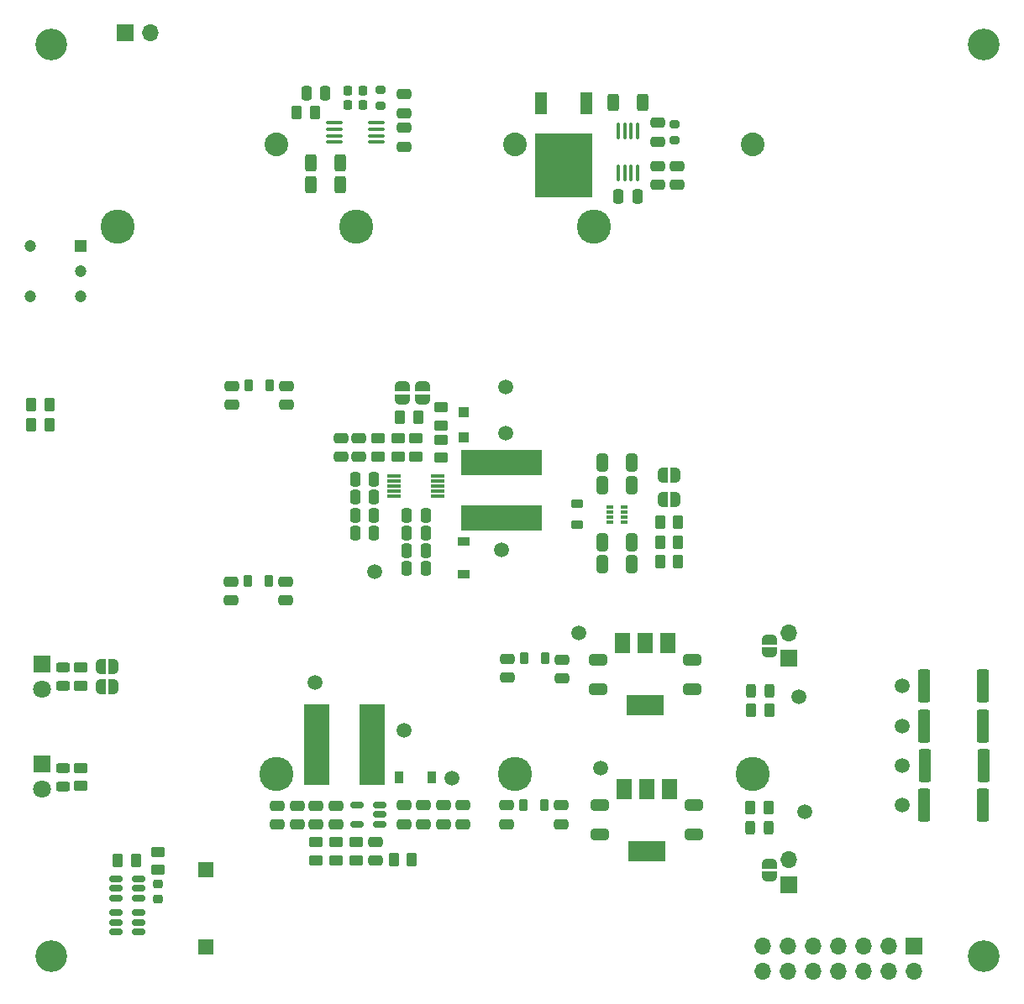
<source format=gbs>
%TF.GenerationSoftware,KiCad,Pcbnew,7.0.9*%
%TF.CreationDate,2024-06-04T23:40:40+02:00*%
%TF.ProjectId,EnvSensor-Power-v2.1,456e7653-656e-4736-9f72-2d506f776572,rev?*%
%TF.SameCoordinates,Original*%
%TF.FileFunction,Soldermask,Bot*%
%TF.FilePolarity,Negative*%
%FSLAX46Y46*%
G04 Gerber Fmt 4.6, Leading zero omitted, Abs format (unit mm)*
G04 Created by KiCad (PCBNEW 7.0.9) date 2024-06-04 23:40:40*
%MOMM*%
%LPD*%
G01*
G04 APERTURE LIST*
G04 Aperture macros list*
%AMRoundRect*
0 Rectangle with rounded corners*
0 $1 Rounding radius*
0 $2 $3 $4 $5 $6 $7 $8 $9 X,Y pos of 4 corners*
0 Add a 4 corners polygon primitive as box body*
4,1,4,$2,$3,$4,$5,$6,$7,$8,$9,$2,$3,0*
0 Add four circle primitives for the rounded corners*
1,1,$1+$1,$2,$3*
1,1,$1+$1,$4,$5*
1,1,$1+$1,$6,$7*
1,1,$1+$1,$8,$9*
0 Add four rect primitives between the rounded corners*
20,1,$1+$1,$2,$3,$4,$5,0*
20,1,$1+$1,$4,$5,$6,$7,0*
20,1,$1+$1,$6,$7,$8,$9,0*
20,1,$1+$1,$8,$9,$2,$3,0*%
%AMFreePoly0*
4,1,19,0.500000,-0.750000,0.000000,-0.750000,0.000000,-0.744911,-0.071157,-0.744911,-0.207708,-0.704816,-0.327430,-0.627875,-0.420627,-0.520320,-0.479746,-0.390866,-0.500000,-0.250000,-0.500000,0.250000,-0.479746,0.390866,-0.420627,0.520320,-0.327430,0.627875,-0.207708,0.704816,-0.071157,0.744911,0.000000,0.744911,0.000000,0.750000,0.500000,0.750000,0.500000,-0.750000,0.500000,-0.750000,
$1*%
%AMFreePoly1*
4,1,19,0.000000,0.744911,0.071157,0.744911,0.207708,0.704816,0.327430,0.627875,0.420627,0.520320,0.479746,0.390866,0.500000,0.250000,0.500000,-0.250000,0.479746,-0.390866,0.420627,-0.520320,0.327430,-0.627875,0.207708,-0.704816,0.071157,-0.744911,0.000000,-0.744911,0.000000,-0.750000,-0.500000,-0.750000,-0.500000,0.750000,0.000000,0.750000,0.000000,0.744911,0.000000,0.744911,
$1*%
G04 Aperture macros list end*
%ADD10R,1.700000X1.700000*%
%ADD11O,1.700000X1.700000*%
%ADD12C,3.200000*%
%ADD13C,1.200000*%
%ADD14R,1.200000X1.200000*%
%ADD15C,2.390000*%
%ADD16C,3.450000*%
%ADD17R,1.800000X1.800000*%
%ADD18C,1.800000*%
%ADD19RoundRect,0.243750X-0.243750X-0.456250X0.243750X-0.456250X0.243750X0.456250X-0.243750X0.456250X0*%
%ADD20RoundRect,0.250000X-0.475000X0.250000X-0.475000X-0.250000X0.475000X-0.250000X0.475000X0.250000X0*%
%ADD21RoundRect,0.250000X0.262500X0.450000X-0.262500X0.450000X-0.262500X-0.450000X0.262500X-0.450000X0*%
%ADD22RoundRect,0.100000X-0.712500X-0.100000X0.712500X-0.100000X0.712500X0.100000X-0.712500X0.100000X0*%
%ADD23RoundRect,0.250000X-0.250000X-0.475000X0.250000X-0.475000X0.250000X0.475000X-0.250000X0.475000X0*%
%ADD24RoundRect,0.250000X0.450000X-0.262500X0.450000X0.262500X-0.450000X0.262500X-0.450000X-0.262500X0*%
%ADD25FreePoly0,270.000000*%
%ADD26FreePoly1,270.000000*%
%ADD27RoundRect,0.250000X0.475000X-0.250000X0.475000X0.250000X-0.475000X0.250000X-0.475000X-0.250000X0*%
%ADD28RoundRect,0.250000X-0.362500X-1.425000X0.362500X-1.425000X0.362500X1.425000X-0.362500X1.425000X0*%
%ADD29C,1.500000*%
%ADD30FreePoly0,0.000000*%
%ADD31FreePoly1,0.000000*%
%ADD32RoundRect,0.250000X-0.312500X-0.625000X0.312500X-0.625000X0.312500X0.625000X-0.312500X0.625000X0*%
%ADD33RoundRect,0.250000X-0.262500X-0.450000X0.262500X-0.450000X0.262500X0.450000X-0.262500X0.450000X0*%
%ADD34RoundRect,0.218750X-0.218750X-0.381250X0.218750X-0.381250X0.218750X0.381250X-0.218750X0.381250X0*%
%ADD35RoundRect,0.243750X-0.456250X0.243750X-0.456250X-0.243750X0.456250X-0.243750X0.456250X0.243750X0*%
%ADD36RoundRect,0.250000X0.250000X0.475000X-0.250000X0.475000X-0.250000X-0.475000X0.250000X-0.475000X0*%
%ADD37R,1.400000X0.300000*%
%ADD38R,1.000000X1.000000*%
%ADD39RoundRect,0.150000X0.512500X0.150000X-0.512500X0.150000X-0.512500X-0.150000X0.512500X-0.150000X0*%
%ADD40R,1.200000X0.900000*%
%ADD41RoundRect,0.250000X-0.650000X0.325000X-0.650000X-0.325000X0.650000X-0.325000X0.650000X0.325000X0*%
%ADD42RoundRect,0.200000X-0.275000X0.200000X-0.275000X-0.200000X0.275000X-0.200000X0.275000X0.200000X0*%
%ADD43FreePoly0,90.000000*%
%ADD44FreePoly1,90.000000*%
%ADD45RoundRect,0.250000X-0.325000X-0.650000X0.325000X-0.650000X0.325000X0.650000X-0.325000X0.650000X0*%
%ADD46R,8.200000X2.600000*%
%ADD47R,1.500000X2.000000*%
%ADD48R,3.800000X2.000000*%
%ADD49R,0.670000X0.300000*%
%ADD50RoundRect,0.250000X-0.450000X0.262500X-0.450000X-0.262500X0.450000X-0.262500X0.450000X0.262500X0*%
%ADD51R,1.200000X2.200000*%
%ADD52R,5.800000X6.400000*%
%ADD53R,2.600000X8.200000*%
%ADD54FreePoly0,180.000000*%
%ADD55FreePoly1,180.000000*%
%ADD56RoundRect,0.225000X0.225000X0.250000X-0.225000X0.250000X-0.225000X-0.250000X0.225000X-0.250000X0*%
%ADD57RoundRect,0.218750X-0.381250X0.218750X-0.381250X-0.218750X0.381250X-0.218750X0.381250X0.218750X0*%
%ADD58R,0.900000X1.200000*%
%ADD59RoundRect,0.100000X-0.100000X0.712500X-0.100000X-0.712500X0.100000X-0.712500X0.100000X0.712500X0*%
%ADD60R,1.500000X1.500000*%
%ADD61RoundRect,0.225000X-0.250000X0.225000X-0.250000X-0.225000X0.250000X-0.225000X0.250000X0.225000X0*%
%ADD62RoundRect,0.150000X-0.512500X-0.150000X0.512500X-0.150000X0.512500X0.150000X-0.512500X0.150000X0*%
%ADD63RoundRect,0.200000X0.275000X-0.200000X0.275000X0.200000X-0.275000X0.200000X-0.275000X-0.200000X0*%
G04 APERTURE END LIST*
D10*
%TO.C,J6*%
X111000000Y-115000000D03*
D11*
X111000000Y-117540000D03*
X108460000Y-115000000D03*
X108460000Y-117540000D03*
X105920000Y-115000000D03*
X105920000Y-117540000D03*
X103380000Y-115000000D03*
X103380000Y-117540000D03*
X100840000Y-115000000D03*
X100840000Y-117540000D03*
X98300000Y-115000000D03*
X98300000Y-117540000D03*
X95760000Y-115000000D03*
X95760000Y-117540000D03*
%TD*%
D12*
%TO.C,H4*%
X24000000Y-116000000D03*
%TD*%
D13*
%TO.C,SW1*%
X21917500Y-44322500D03*
X21917500Y-49402500D03*
D14*
X26997500Y-44322500D03*
D13*
X26997500Y-46862500D03*
X26997500Y-49402500D03*
%TD*%
D15*
%TO.C,B1*%
X46750000Y-34070000D03*
D16*
X30750000Y-42400000D03*
X46750000Y-97600000D03*
%TD*%
D12*
%TO.C,H3*%
X118000000Y-116000000D03*
%TD*%
D15*
%TO.C,B2*%
X70750000Y-34070000D03*
D16*
X54750000Y-42400000D03*
X70750000Y-97600000D03*
%TD*%
D12*
%TO.C,H2*%
X118000000Y-24000000D03*
%TD*%
D15*
%TO.C,B3*%
X94750000Y-34070000D03*
D16*
X78750000Y-42400000D03*
X94750000Y-97600000D03*
%TD*%
D17*
%TO.C,D7*%
X23102500Y-96587500D03*
D18*
X23102500Y-99127500D03*
%TD*%
D17*
%TO.C,D5*%
X23102500Y-86550000D03*
D18*
X23102500Y-89090000D03*
%TD*%
D12*
%TO.C,H1*%
X24000000Y-24000000D03*
%TD*%
D19*
%TO.C,D8*%
X94550000Y-89200000D03*
X96425000Y-89200000D03*
%TD*%
D20*
%TO.C,C41*%
X50725000Y-100800000D03*
X50725000Y-102700000D03*
%TD*%
D21*
%TO.C,R9*%
X32575000Y-106350000D03*
X30750000Y-106350000D03*
%TD*%
D20*
%TO.C,C40*%
X48800000Y-100800000D03*
X48800000Y-102700000D03*
%TD*%
D10*
%TO.C,J3*%
X31460000Y-22800000D03*
D11*
X34000000Y-22800000D03*
%TD*%
D20*
%TO.C,C33*%
X65550000Y-100750000D03*
X65550000Y-102650000D03*
%TD*%
D22*
%TO.C,U7*%
X52537500Y-33875000D03*
X52537500Y-33225000D03*
X52537500Y-32575000D03*
X52537500Y-31925000D03*
X56762500Y-31925000D03*
X56762500Y-32575000D03*
X56762500Y-33225000D03*
X56762500Y-33875000D03*
%TD*%
D20*
%TO.C,C31*%
X61550000Y-100750000D03*
X61550000Y-102650000D03*
%TD*%
D23*
%TO.C,C4*%
X59850000Y-75100000D03*
X61750000Y-75100000D03*
%TD*%
D24*
%TO.C,R11*%
X60800000Y-65600000D03*
X60800000Y-63775000D03*
%TD*%
%TO.C,R28*%
X54725000Y-106312500D03*
X54725000Y-104487500D03*
%TD*%
D25*
%TO.C,JP9*%
X96400000Y-106640000D03*
D26*
X96400000Y-107940000D03*
%TD*%
D27*
%TO.C,C29*%
X56725000Y-106350000D03*
X56725000Y-104450000D03*
%TD*%
D28*
%TO.C,R5*%
X112000000Y-92750000D03*
X117925000Y-92750000D03*
%TD*%
D29*
%TO.C,TS2*%
X69400000Y-75000000D03*
%TD*%
D25*
%TO.C,JP4*%
X96375000Y-84015000D03*
D26*
X96375000Y-85315000D03*
%TD*%
D21*
%TO.C,R1*%
X23817964Y-62362500D03*
X21992964Y-62362500D03*
%TD*%
D30*
%TO.C,JP6*%
X85637500Y-69950000D03*
D31*
X86937500Y-69950000D03*
%TD*%
D23*
%TO.C,C2*%
X59850000Y-71500000D03*
X61750000Y-71500000D03*
%TD*%
D32*
%TO.C,R15*%
X80675000Y-29893750D03*
X83600000Y-29893750D03*
%TD*%
%TO.C,R22*%
X50212500Y-38175000D03*
X53137500Y-38175000D03*
%TD*%
D28*
%TO.C,R6*%
X112000000Y-88750000D03*
X117925000Y-88750000D03*
%TD*%
D20*
%TO.C,C17*%
X42250000Y-58450000D03*
X42250000Y-60350000D03*
%TD*%
D33*
%TO.C,R17*%
X85375000Y-74200000D03*
X87200000Y-74200000D03*
%TD*%
D34*
%TO.C,L6*%
X71587500Y-100700000D03*
X73712500Y-100700000D03*
%TD*%
D29*
%TO.C,TS6*%
X59600000Y-93200000D03*
%TD*%
D35*
%TO.C,D4*%
X25250000Y-86862500D03*
X25250000Y-88737500D03*
%TD*%
D29*
%TO.C,TS5*%
X77200000Y-83400000D03*
%TD*%
D36*
%TO.C,C7*%
X56550000Y-73300000D03*
X54650000Y-73300000D03*
%TD*%
D34*
%TO.C,L3*%
X43937500Y-58400000D03*
X46062500Y-58400000D03*
%TD*%
D20*
%TO.C,C12*%
X53200000Y-63737500D03*
X53200000Y-65637500D03*
%TD*%
D36*
%TO.C,C8*%
X56550000Y-71500000D03*
X54650000Y-71500000D03*
%TD*%
D29*
%TO.C,TS4*%
X69800000Y-58600000D03*
%TD*%
%TO.C,TS9*%
X50600000Y-88400000D03*
%TD*%
D37*
%TO.C,U1*%
X63000000Y-67550000D03*
X63000000Y-68050000D03*
X63000000Y-68550000D03*
X63000000Y-69050000D03*
X63000000Y-69550000D03*
X58600000Y-69550000D03*
X58600000Y-69050000D03*
X58600000Y-68550000D03*
X58600000Y-68050000D03*
X58600000Y-67550000D03*
%TD*%
D29*
%TO.C,TP6*%
X109750000Y-88750000D03*
%TD*%
D35*
%TO.C,D6*%
X25250000Y-97000000D03*
X25250000Y-98875000D03*
%TD*%
D21*
%TO.C,R26*%
X96400000Y-91200000D03*
X94575000Y-91200000D03*
%TD*%
D38*
%TO.C,D2*%
X65600000Y-63650000D03*
X65600000Y-61150000D03*
%TD*%
D39*
%TO.C,Q1*%
X32800000Y-111600000D03*
X32800000Y-112550000D03*
X32800000Y-113500000D03*
X30525000Y-113500000D03*
X30525000Y-112550000D03*
X30525000Y-111600000D03*
%TD*%
D40*
%TO.C,D3*%
X65600000Y-77450000D03*
X65600000Y-74150000D03*
%TD*%
D20*
%TO.C,C35*%
X75400000Y-100750000D03*
X75400000Y-102650000D03*
%TD*%
D41*
%TO.C,C16*%
X88627500Y-86075000D03*
X88627500Y-89025000D03*
%TD*%
D29*
%TO.C,TP2*%
X100000000Y-101400000D03*
%TD*%
D21*
%TO.C,R18*%
X87200000Y-72200000D03*
X85375000Y-72200000D03*
%TD*%
D29*
%TO.C,TP5*%
X109750000Y-92750000D03*
%TD*%
D23*
%TO.C,C3*%
X59850000Y-73300000D03*
X61750000Y-73300000D03*
%TD*%
D39*
%TO.C,U8*%
X57112500Y-100750000D03*
X57112500Y-101700000D03*
X57112500Y-102650000D03*
X54837500Y-102650000D03*
X54837500Y-100750000D03*
%TD*%
D24*
%TO.C,R31*%
X50725000Y-106312500D03*
X50725000Y-104487500D03*
%TD*%
%TO.C,R25*%
X27000000Y-98825000D03*
X27000000Y-97000000D03*
%TD*%
D42*
%TO.C,R24*%
X57175000Y-28600000D03*
X57175000Y-30250000D03*
%TD*%
D20*
%TO.C,C43*%
X42162500Y-78200000D03*
X42162500Y-80100000D03*
%TD*%
D43*
%TO.C,JP3*%
X61437500Y-59800000D03*
D44*
X61437500Y-58500000D03*
%TD*%
D20*
%TO.C,C44*%
X47662500Y-78200000D03*
X47662500Y-80100000D03*
%TD*%
D36*
%TO.C,C9*%
X56550000Y-69700000D03*
X54650000Y-69700000D03*
%TD*%
D45*
%TO.C,C21*%
X79562500Y-68450000D03*
X82512500Y-68450000D03*
%TD*%
D41*
%TO.C,C37*%
X88777500Y-100775000D03*
X88777500Y-103725000D03*
%TD*%
D29*
%TO.C,TS8*%
X79400000Y-97000000D03*
%TD*%
D24*
%TO.C,R19*%
X27000000Y-88712500D03*
X27000000Y-86887500D03*
%TD*%
D20*
%TO.C,C19*%
X85137500Y-31943750D03*
X85137500Y-33843750D03*
%TD*%
%TO.C,C18*%
X47750000Y-58450000D03*
X47750000Y-60350000D03*
%TD*%
D24*
%TO.C,R12*%
X63300000Y-65712500D03*
X63300000Y-63887500D03*
%TD*%
D32*
%TO.C,R23*%
X50212500Y-35925000D03*
X53137500Y-35925000D03*
%TD*%
D20*
%TO.C,C11*%
X55000000Y-63737500D03*
X55000000Y-65637500D03*
%TD*%
D24*
%TO.C,R14*%
X63300000Y-62462500D03*
X63300000Y-60637500D03*
%TD*%
D46*
%TO.C,L1*%
X69400000Y-66200000D03*
X69400000Y-71800000D03*
%TD*%
D28*
%TO.C,R4*%
X112037500Y-96750000D03*
X117962500Y-96750000D03*
%TD*%
D47*
%TO.C,U6*%
X81727500Y-99100000D03*
X84027500Y-99100000D03*
D48*
X84027500Y-105400000D03*
D47*
X86327500Y-99100000D03*
%TD*%
D45*
%TO.C,C23*%
X79562500Y-76450000D03*
X82512500Y-76450000D03*
%TD*%
D29*
%TO.C,TS1*%
X69800000Y-63200000D03*
%TD*%
%TO.C,TP3*%
X109750000Y-100750000D03*
%TD*%
D49*
%TO.C,U4*%
X80297500Y-72200000D03*
X80297500Y-71700000D03*
X80297500Y-71200000D03*
X80297500Y-70700000D03*
X81777500Y-70700000D03*
X81777500Y-71200000D03*
X81777500Y-71700000D03*
X81777500Y-72200000D03*
%TD*%
D20*
%TO.C,C32*%
X63550000Y-100750000D03*
X63550000Y-102650000D03*
%TD*%
D50*
%TO.C,R8*%
X59000000Y-63775000D03*
X59000000Y-65600000D03*
%TD*%
D25*
%TO.C,JP2*%
X59437500Y-58500000D03*
D26*
X59437500Y-59800000D03*
%TD*%
D27*
%TO.C,C26*%
X85137500Y-38200000D03*
X85137500Y-36300000D03*
%TD*%
D19*
%TO.C,D9*%
X94440000Y-103000000D03*
X96315000Y-103000000D03*
%TD*%
D33*
%TO.C,R21*%
X48762500Y-30925000D03*
X50587500Y-30925000D03*
%TD*%
D51*
%TO.C,Q2*%
X73357500Y-29918750D03*
D52*
X75637500Y-36218750D03*
D51*
X77917500Y-29918750D03*
%TD*%
D53*
%TO.C,L5*%
X50800000Y-94600000D03*
X56400000Y-94600000D03*
%TD*%
D54*
%TO.C,JP5*%
X86937500Y-67450000D03*
D55*
X85637500Y-67450000D03*
%TD*%
D10*
%TO.C,J5*%
X98400000Y-108740000D03*
D11*
X98400000Y-106200000D03*
%TD*%
D20*
%TO.C,C30*%
X59550000Y-100750000D03*
X59550000Y-102650000D03*
%TD*%
D29*
%TO.C,TS3*%
X56600000Y-77200000D03*
%TD*%
D27*
%TO.C,C25*%
X87137500Y-38200000D03*
X87137500Y-36300000D03*
%TD*%
D56*
%TO.C,C45*%
X55450000Y-30150000D03*
X53900000Y-30150000D03*
%TD*%
D50*
%TO.C,R10*%
X57000000Y-63775000D03*
X57000000Y-65600000D03*
%TD*%
D23*
%TO.C,C27*%
X49725000Y-28925000D03*
X51625000Y-28925000D03*
%TD*%
D29*
%TO.C,TP4*%
X109750000Y-96750000D03*
%TD*%
D45*
%TO.C,C22*%
X79562500Y-74200000D03*
X82512500Y-74200000D03*
%TD*%
D33*
%TO.C,R29*%
X58562500Y-106200000D03*
X60387500Y-106200000D03*
%TD*%
D20*
%TO.C,C42*%
X52725000Y-100800000D03*
X52725000Y-102700000D03*
%TD*%
D23*
%TO.C,C5*%
X59850000Y-76900000D03*
X61750000Y-76900000D03*
%TD*%
D34*
%TO.C,L7*%
X43850000Y-78150000D03*
X45975000Y-78150000D03*
%TD*%
D50*
%TO.C,R30*%
X52725000Y-104487500D03*
X52725000Y-106312500D03*
%TD*%
D23*
%TO.C,C24*%
X81187500Y-39393750D03*
X83087500Y-39393750D03*
%TD*%
D57*
%TO.C,L4*%
X77000000Y-70300000D03*
X77000000Y-72425000D03*
%TD*%
D58*
%TO.C,D10*%
X62375000Y-97950000D03*
X59075000Y-97950000D03*
%TD*%
D21*
%TO.C,R16*%
X87200000Y-76200000D03*
X85375000Y-76200000D03*
%TD*%
D29*
%TO.C,TS7*%
X64400000Y-98000000D03*
%TD*%
D21*
%TO.C,R13*%
X61000000Y-61600000D03*
X59175000Y-61600000D03*
%TD*%
D41*
%TO.C,C36*%
X79277500Y-100775000D03*
X79277500Y-103725000D03*
%TD*%
D36*
%TO.C,C10*%
X56550000Y-67900000D03*
X54650000Y-67900000D03*
%TD*%
D45*
%TO.C,C20*%
X79562500Y-66200000D03*
X82512500Y-66200000D03*
%TD*%
D10*
%TO.C,J4*%
X98400000Y-85940000D03*
D11*
X98400000Y-83400000D03*
%TD*%
D20*
%TO.C,C28*%
X59600000Y-29050000D03*
X59600000Y-30950000D03*
%TD*%
D50*
%TO.C,R7*%
X34800000Y-105437500D03*
X34800000Y-107262500D03*
%TD*%
D29*
%TO.C,TP1*%
X99400000Y-89800000D03*
%TD*%
D59*
%TO.C,U5*%
X81162500Y-32781250D03*
X81812500Y-32781250D03*
X82462500Y-32781250D03*
X83112500Y-32781250D03*
X83112500Y-37006250D03*
X82462500Y-37006250D03*
X81812500Y-37006250D03*
X81162500Y-37006250D03*
%TD*%
D60*
%TO.C,SW2*%
X39600000Y-115050000D03*
X39600000Y-107250000D03*
%TD*%
D41*
%TO.C,C15*%
X79127500Y-86075000D03*
X79127500Y-89025000D03*
%TD*%
D21*
%TO.C,R2*%
X23817964Y-60362500D03*
X21992964Y-60362500D03*
%TD*%
D34*
%TO.C,L2*%
X71687500Y-85950000D03*
X73812500Y-85950000D03*
%TD*%
D20*
%TO.C,C39*%
X46800000Y-100800000D03*
X46800000Y-102700000D03*
%TD*%
D47*
%TO.C,U3*%
X81577500Y-84400000D03*
X83877500Y-84400000D03*
D48*
X83877500Y-90700000D03*
D47*
X86177500Y-84400000D03*
%TD*%
D61*
%TO.C,C6*%
X34800000Y-108662500D03*
X34800000Y-110212500D03*
%TD*%
D20*
%TO.C,C14*%
X75500000Y-86050000D03*
X75500000Y-87950000D03*
%TD*%
%TO.C,C38*%
X59600000Y-32450000D03*
X59600000Y-34350000D03*
%TD*%
%TO.C,C13*%
X70000000Y-86000000D03*
X70000000Y-87900000D03*
%TD*%
D62*
%TO.C,U2*%
X30525000Y-110100000D03*
X30525000Y-109150000D03*
X30525000Y-108200000D03*
X32800000Y-108200000D03*
X32800000Y-109150000D03*
X32800000Y-110100000D03*
%TD*%
D21*
%TO.C,R27*%
X96290000Y-101000000D03*
X94465000Y-101000000D03*
%TD*%
D28*
%TO.C,R3*%
X112000000Y-100750000D03*
X117925000Y-100750000D03*
%TD*%
D56*
%TO.C,C46*%
X55450000Y-28675000D03*
X53900000Y-28675000D03*
%TD*%
D20*
%TO.C,C34*%
X69900000Y-100750000D03*
X69900000Y-102650000D03*
%TD*%
D30*
%TO.C,JP8*%
X29000000Y-86800000D03*
D31*
X30300000Y-86800000D03*
%TD*%
D30*
%TO.C,JP7*%
X29000000Y-88800000D03*
D31*
X30300000Y-88800000D03*
%TD*%
D63*
%TO.C,R20*%
X86887500Y-33718750D03*
X86887500Y-32068750D03*
%TD*%
M02*

</source>
